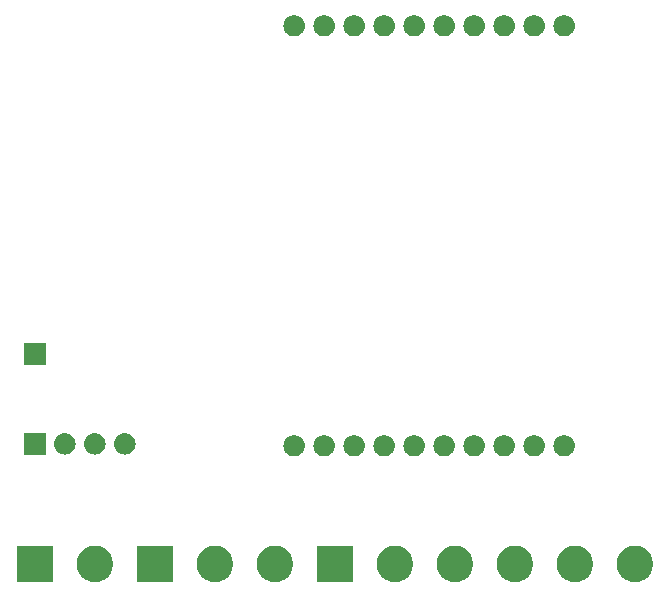
<source format=gts>
G04 #@! TF.GenerationSoftware,KiCad,Pcbnew,5.0.2-bee76a0~70~ubuntu18.04.1*
G04 #@! TF.CreationDate,2019-04-07T21:24:10+02:00*
G04 #@! TF.ProjectId,TMC2660_mount2,544d4332-3636-4305-9f6d-6f756e74322e,rev?*
G04 #@! TF.SameCoordinates,PX40126abPY799e129*
G04 #@! TF.FileFunction,Soldermask,Top*
G04 #@! TF.FilePolarity,Negative*
%FSLAX46Y46*%
G04 Gerber Fmt 4.6, Leading zero omitted, Abs format (unit mm)*
G04 Created by KiCad (PCBNEW 5.0.2-bee76a0~70~ubuntu18.04.1) date 2019-04-07T21:24:10 CEST*
%MOMM*%
%LPD*%
G01*
G04 APERTURE LIST*
%ADD10C,0.100000*%
G04 APERTURE END LIST*
D10*
G36*
X56821308Y7168685D02*
X56921191Y7148817D01*
X57203455Y7031900D01*
X57457486Y6862162D01*
X57673522Y6646126D01*
X57843260Y6392095D01*
X57960177Y6109831D01*
X58019781Y5810181D01*
X58019781Y5504661D01*
X57960177Y5205011D01*
X57843260Y4922747D01*
X57673522Y4668716D01*
X57457486Y4452680D01*
X57203455Y4282942D01*
X56921191Y4166025D01*
X56821308Y4146157D01*
X56621543Y4106421D01*
X56316019Y4106421D01*
X56116254Y4146157D01*
X56016371Y4166025D01*
X55734107Y4282942D01*
X55480076Y4452680D01*
X55264040Y4668716D01*
X55094302Y4922747D01*
X54977385Y5205011D01*
X54917781Y5504661D01*
X54917781Y5810181D01*
X54977385Y6109831D01*
X55094302Y6392095D01*
X55264040Y6646126D01*
X55480076Y6862162D01*
X55734107Y7031900D01*
X56016371Y7148817D01*
X56116254Y7168685D01*
X56316019Y7208421D01*
X56621543Y7208421D01*
X56821308Y7168685D01*
X56821308Y7168685D01*
G37*
G36*
X46661308Y7168685D02*
X46761191Y7148817D01*
X47043455Y7031900D01*
X47297486Y6862162D01*
X47513522Y6646126D01*
X47683260Y6392095D01*
X47800177Y6109831D01*
X47859781Y5810181D01*
X47859781Y5504661D01*
X47800177Y5205011D01*
X47683260Y4922747D01*
X47513522Y4668716D01*
X47297486Y4452680D01*
X47043455Y4282942D01*
X46761191Y4166025D01*
X46661308Y4146157D01*
X46461543Y4106421D01*
X46156019Y4106421D01*
X45956254Y4146157D01*
X45856371Y4166025D01*
X45574107Y4282942D01*
X45320076Y4452680D01*
X45104040Y4668716D01*
X44934302Y4922747D01*
X44817385Y5205011D01*
X44757781Y5504661D01*
X44757781Y5810181D01*
X44817385Y6109831D01*
X44934302Y6392095D01*
X45104040Y6646126D01*
X45320076Y6862162D01*
X45574107Y7031900D01*
X45856371Y7148817D01*
X45956254Y7168685D01*
X46156019Y7208421D01*
X46461543Y7208421D01*
X46661308Y7168685D01*
X46661308Y7168685D01*
G37*
G36*
X32619781Y4106421D02*
X29517781Y4106421D01*
X29517781Y7208421D01*
X32619781Y7208421D01*
X32619781Y4106421D01*
X32619781Y4106421D01*
G37*
G36*
X41581308Y7168685D02*
X41681191Y7148817D01*
X41963455Y7031900D01*
X42217486Y6862162D01*
X42433522Y6646126D01*
X42603260Y6392095D01*
X42720177Y6109831D01*
X42779781Y5810181D01*
X42779781Y5504661D01*
X42720177Y5205011D01*
X42603260Y4922747D01*
X42433522Y4668716D01*
X42217486Y4452680D01*
X41963455Y4282942D01*
X41681191Y4166025D01*
X41581308Y4146157D01*
X41381543Y4106421D01*
X41076019Y4106421D01*
X40876254Y4146157D01*
X40776371Y4166025D01*
X40494107Y4282942D01*
X40240076Y4452680D01*
X40024040Y4668716D01*
X39854302Y4922747D01*
X39737385Y5205011D01*
X39677781Y5504661D01*
X39677781Y5810181D01*
X39737385Y6109831D01*
X39854302Y6392095D01*
X40024040Y6646126D01*
X40240076Y6862162D01*
X40494107Y7031900D01*
X40776371Y7148817D01*
X40876254Y7168685D01*
X41076019Y7208421D01*
X41381543Y7208421D01*
X41581308Y7168685D01*
X41581308Y7168685D01*
G37*
G36*
X36501308Y7168685D02*
X36601191Y7148817D01*
X36883455Y7031900D01*
X37137486Y6862162D01*
X37353522Y6646126D01*
X37523260Y6392095D01*
X37640177Y6109831D01*
X37699781Y5810181D01*
X37699781Y5504661D01*
X37640177Y5205011D01*
X37523260Y4922747D01*
X37353522Y4668716D01*
X37137486Y4452680D01*
X36883455Y4282942D01*
X36601191Y4166025D01*
X36501308Y4146157D01*
X36301543Y4106421D01*
X35996019Y4106421D01*
X35796254Y4146157D01*
X35696371Y4166025D01*
X35414107Y4282942D01*
X35160076Y4452680D01*
X34944040Y4668716D01*
X34774302Y4922747D01*
X34657385Y5205011D01*
X34597781Y5504661D01*
X34597781Y5810181D01*
X34657385Y6109831D01*
X34774302Y6392095D01*
X34944040Y6646126D01*
X35160076Y6862162D01*
X35414107Y7031900D01*
X35696371Y7148817D01*
X35796254Y7168685D01*
X35996019Y7208421D01*
X36301543Y7208421D01*
X36501308Y7168685D01*
X36501308Y7168685D01*
G37*
G36*
X26341408Y7168685D02*
X26441291Y7148817D01*
X26723555Y7031900D01*
X26977586Y6862162D01*
X27193622Y6646126D01*
X27363360Y6392095D01*
X27480277Y6109831D01*
X27539881Y5810181D01*
X27539881Y5504661D01*
X27480277Y5205011D01*
X27363360Y4922747D01*
X27193622Y4668716D01*
X26977586Y4452680D01*
X26723555Y4282942D01*
X26441291Y4166025D01*
X26341408Y4146157D01*
X26141643Y4106421D01*
X25836119Y4106421D01*
X25636354Y4146157D01*
X25536471Y4166025D01*
X25254207Y4282942D01*
X25000176Y4452680D01*
X24784140Y4668716D01*
X24614402Y4922747D01*
X24497485Y5205011D01*
X24437881Y5504661D01*
X24437881Y5810181D01*
X24497485Y6109831D01*
X24614402Y6392095D01*
X24784140Y6646126D01*
X25000176Y6862162D01*
X25254207Y7031900D01*
X25536471Y7148817D01*
X25636354Y7168685D01*
X25836119Y7208421D01*
X26141643Y7208421D01*
X26341408Y7168685D01*
X26341408Y7168685D01*
G37*
G36*
X21261408Y7168685D02*
X21361291Y7148817D01*
X21643555Y7031900D01*
X21897586Y6862162D01*
X22113622Y6646126D01*
X22283360Y6392095D01*
X22400277Y6109831D01*
X22459881Y5810181D01*
X22459881Y5504661D01*
X22400277Y5205011D01*
X22283360Y4922747D01*
X22113622Y4668716D01*
X21897586Y4452680D01*
X21643555Y4282942D01*
X21361291Y4166025D01*
X21261408Y4146157D01*
X21061643Y4106421D01*
X20756119Y4106421D01*
X20556354Y4146157D01*
X20456471Y4166025D01*
X20174207Y4282942D01*
X19920176Y4452680D01*
X19704140Y4668716D01*
X19534402Y4922747D01*
X19417485Y5205011D01*
X19357881Y5504661D01*
X19357881Y5810181D01*
X19417485Y6109831D01*
X19534402Y6392095D01*
X19704140Y6646126D01*
X19920176Y6862162D01*
X20174207Y7031900D01*
X20456471Y7148817D01*
X20556354Y7168685D01*
X20756119Y7208421D01*
X21061643Y7208421D01*
X21261408Y7168685D01*
X21261408Y7168685D01*
G37*
G36*
X17379881Y4106421D02*
X14277881Y4106421D01*
X14277881Y7208421D01*
X17379881Y7208421D01*
X17379881Y4106421D01*
X17379881Y4106421D01*
G37*
G36*
X11101408Y7168685D02*
X11201291Y7148817D01*
X11483555Y7031900D01*
X11737586Y6862162D01*
X11953622Y6646126D01*
X12123360Y6392095D01*
X12240277Y6109831D01*
X12299881Y5810181D01*
X12299881Y5504661D01*
X12240277Y5205011D01*
X12123360Y4922747D01*
X11953622Y4668716D01*
X11737586Y4452680D01*
X11483555Y4282942D01*
X11201291Y4166025D01*
X11101408Y4146157D01*
X10901643Y4106421D01*
X10596119Y4106421D01*
X10396354Y4146157D01*
X10296471Y4166025D01*
X10014207Y4282942D01*
X9760176Y4452680D01*
X9544140Y4668716D01*
X9374402Y4922747D01*
X9257485Y5205011D01*
X9197881Y5504661D01*
X9197881Y5810181D01*
X9257485Y6109831D01*
X9374402Y6392095D01*
X9544140Y6646126D01*
X9760176Y6862162D01*
X10014207Y7031900D01*
X10296471Y7148817D01*
X10396354Y7168685D01*
X10596119Y7208421D01*
X10901643Y7208421D01*
X11101408Y7168685D01*
X11101408Y7168685D01*
G37*
G36*
X7219881Y4106421D02*
X4117881Y4106421D01*
X4117881Y7208421D01*
X7219881Y7208421D01*
X7219881Y4106421D01*
X7219881Y4106421D01*
G37*
G36*
X51741308Y7168685D02*
X51841191Y7148817D01*
X52123455Y7031900D01*
X52377486Y6862162D01*
X52593522Y6646126D01*
X52763260Y6392095D01*
X52880177Y6109831D01*
X52939781Y5810181D01*
X52939781Y5504661D01*
X52880177Y5205011D01*
X52763260Y4922747D01*
X52593522Y4668716D01*
X52377486Y4452680D01*
X52123455Y4282942D01*
X51841191Y4166025D01*
X51741308Y4146157D01*
X51541543Y4106421D01*
X51236019Y4106421D01*
X51036254Y4146157D01*
X50936371Y4166025D01*
X50654107Y4282942D01*
X50400076Y4452680D01*
X50184040Y4668716D01*
X50014302Y4922747D01*
X49897385Y5205011D01*
X49837781Y5504661D01*
X49837781Y5810181D01*
X49897385Y6109831D01*
X50014302Y6392095D01*
X50184040Y6646126D01*
X50400076Y6862162D01*
X50654107Y7031900D01*
X50936371Y7148817D01*
X51036254Y7168685D01*
X51236019Y7208421D01*
X51541543Y7208421D01*
X51741308Y7168685D01*
X51741308Y7168685D01*
G37*
G36*
X42961223Y16556903D02*
X43027408Y16550384D01*
X43140634Y16516037D01*
X43197248Y16498864D01*
X43274435Y16457606D01*
X43353772Y16415199D01*
X43389510Y16385869D01*
X43490967Y16302607D01*
X43574229Y16201150D01*
X43603559Y16165412D01*
X43603560Y16165410D01*
X43687224Y16008888D01*
X43687224Y16008887D01*
X43738744Y15839048D01*
X43756140Y15662421D01*
X43738744Y15485794D01*
X43734242Y15470954D01*
X43687224Y15315954D01*
X43613129Y15177334D01*
X43603559Y15159430D01*
X43574229Y15123692D01*
X43490967Y15022235D01*
X43389510Y14938973D01*
X43353772Y14909643D01*
X43353770Y14909642D01*
X43197248Y14825978D01*
X43140634Y14808805D01*
X43027408Y14774458D01*
X42961224Y14767940D01*
X42895041Y14761421D01*
X42806521Y14761421D01*
X42740338Y14767940D01*
X42674154Y14774458D01*
X42560928Y14808805D01*
X42504314Y14825978D01*
X42347792Y14909642D01*
X42347790Y14909643D01*
X42312052Y14938973D01*
X42210595Y15022235D01*
X42127333Y15123692D01*
X42098003Y15159430D01*
X42088433Y15177334D01*
X42014338Y15315954D01*
X41967320Y15470954D01*
X41962818Y15485794D01*
X41945422Y15662421D01*
X41962818Y15839048D01*
X42014338Y16008887D01*
X42014338Y16008888D01*
X42098002Y16165410D01*
X42098003Y16165412D01*
X42127333Y16201150D01*
X42210595Y16302607D01*
X42312052Y16385869D01*
X42347790Y16415199D01*
X42427127Y16457606D01*
X42504314Y16498864D01*
X42560928Y16516037D01*
X42674154Y16550384D01*
X42740339Y16556903D01*
X42806521Y16563421D01*
X42895041Y16563421D01*
X42961223Y16556903D01*
X42961223Y16556903D01*
G37*
G36*
X40421223Y16556903D02*
X40487408Y16550384D01*
X40600634Y16516037D01*
X40657248Y16498864D01*
X40734435Y16457606D01*
X40813772Y16415199D01*
X40849510Y16385869D01*
X40950967Y16302607D01*
X41034229Y16201150D01*
X41063559Y16165412D01*
X41063560Y16165410D01*
X41147224Y16008888D01*
X41147224Y16008887D01*
X41198744Y15839048D01*
X41216140Y15662421D01*
X41198744Y15485794D01*
X41194242Y15470954D01*
X41147224Y15315954D01*
X41073129Y15177334D01*
X41063559Y15159430D01*
X41034229Y15123692D01*
X40950967Y15022235D01*
X40849510Y14938973D01*
X40813772Y14909643D01*
X40813770Y14909642D01*
X40657248Y14825978D01*
X40600634Y14808805D01*
X40487408Y14774458D01*
X40421224Y14767940D01*
X40355041Y14761421D01*
X40266521Y14761421D01*
X40200338Y14767940D01*
X40134154Y14774458D01*
X40020928Y14808805D01*
X39964314Y14825978D01*
X39807792Y14909642D01*
X39807790Y14909643D01*
X39772052Y14938973D01*
X39670595Y15022235D01*
X39587333Y15123692D01*
X39558003Y15159430D01*
X39548433Y15177334D01*
X39474338Y15315954D01*
X39427320Y15470954D01*
X39422818Y15485794D01*
X39405422Y15662421D01*
X39422818Y15839048D01*
X39474338Y16008887D01*
X39474338Y16008888D01*
X39558002Y16165410D01*
X39558003Y16165412D01*
X39587333Y16201150D01*
X39670595Y16302607D01*
X39772052Y16385869D01*
X39807790Y16415199D01*
X39887127Y16457606D01*
X39964314Y16498864D01*
X40020928Y16516037D01*
X40134154Y16550384D01*
X40200339Y16556903D01*
X40266521Y16563421D01*
X40355041Y16563421D01*
X40421223Y16556903D01*
X40421223Y16556903D01*
G37*
G36*
X37881223Y16556903D02*
X37947408Y16550384D01*
X38060634Y16516037D01*
X38117248Y16498864D01*
X38194435Y16457606D01*
X38273772Y16415199D01*
X38309510Y16385869D01*
X38410967Y16302607D01*
X38494229Y16201150D01*
X38523559Y16165412D01*
X38523560Y16165410D01*
X38607224Y16008888D01*
X38607224Y16008887D01*
X38658744Y15839048D01*
X38676140Y15662421D01*
X38658744Y15485794D01*
X38654242Y15470954D01*
X38607224Y15315954D01*
X38533129Y15177334D01*
X38523559Y15159430D01*
X38494229Y15123692D01*
X38410967Y15022235D01*
X38309510Y14938973D01*
X38273772Y14909643D01*
X38273770Y14909642D01*
X38117248Y14825978D01*
X38060634Y14808805D01*
X37947408Y14774458D01*
X37881224Y14767940D01*
X37815041Y14761421D01*
X37726521Y14761421D01*
X37660338Y14767940D01*
X37594154Y14774458D01*
X37480928Y14808805D01*
X37424314Y14825978D01*
X37267792Y14909642D01*
X37267790Y14909643D01*
X37232052Y14938973D01*
X37130595Y15022235D01*
X37047333Y15123692D01*
X37018003Y15159430D01*
X37008433Y15177334D01*
X36934338Y15315954D01*
X36887320Y15470954D01*
X36882818Y15485794D01*
X36865422Y15662421D01*
X36882818Y15839048D01*
X36934338Y16008887D01*
X36934338Y16008888D01*
X37018002Y16165410D01*
X37018003Y16165412D01*
X37047333Y16201150D01*
X37130595Y16302607D01*
X37232052Y16385869D01*
X37267790Y16415199D01*
X37347127Y16457606D01*
X37424314Y16498864D01*
X37480928Y16516037D01*
X37594154Y16550384D01*
X37660339Y16556903D01*
X37726521Y16563421D01*
X37815041Y16563421D01*
X37881223Y16556903D01*
X37881223Y16556903D01*
G37*
G36*
X45501223Y16556903D02*
X45567408Y16550384D01*
X45680634Y16516037D01*
X45737248Y16498864D01*
X45814435Y16457606D01*
X45893772Y16415199D01*
X45929510Y16385869D01*
X46030967Y16302607D01*
X46114229Y16201150D01*
X46143559Y16165412D01*
X46143560Y16165410D01*
X46227224Y16008888D01*
X46227224Y16008887D01*
X46278744Y15839048D01*
X46296140Y15662421D01*
X46278744Y15485794D01*
X46274242Y15470954D01*
X46227224Y15315954D01*
X46153129Y15177334D01*
X46143559Y15159430D01*
X46114229Y15123692D01*
X46030967Y15022235D01*
X45929510Y14938973D01*
X45893772Y14909643D01*
X45893770Y14909642D01*
X45737248Y14825978D01*
X45680634Y14808805D01*
X45567408Y14774458D01*
X45501224Y14767940D01*
X45435041Y14761421D01*
X45346521Y14761421D01*
X45280338Y14767940D01*
X45214154Y14774458D01*
X45100928Y14808805D01*
X45044314Y14825978D01*
X44887792Y14909642D01*
X44887790Y14909643D01*
X44852052Y14938973D01*
X44750595Y15022235D01*
X44667333Y15123692D01*
X44638003Y15159430D01*
X44628433Y15177334D01*
X44554338Y15315954D01*
X44507320Y15470954D01*
X44502818Y15485794D01*
X44485422Y15662421D01*
X44502818Y15839048D01*
X44554338Y16008887D01*
X44554338Y16008888D01*
X44638002Y16165410D01*
X44638003Y16165412D01*
X44667333Y16201150D01*
X44750595Y16302607D01*
X44852052Y16385869D01*
X44887790Y16415199D01*
X44967127Y16457606D01*
X45044314Y16498864D01*
X45100928Y16516037D01*
X45214154Y16550384D01*
X45280339Y16556903D01*
X45346521Y16563421D01*
X45435041Y16563421D01*
X45501223Y16556903D01*
X45501223Y16556903D01*
G37*
G36*
X35341223Y16556903D02*
X35407408Y16550384D01*
X35520634Y16516037D01*
X35577248Y16498864D01*
X35654435Y16457606D01*
X35733772Y16415199D01*
X35769510Y16385869D01*
X35870967Y16302607D01*
X35954229Y16201150D01*
X35983559Y16165412D01*
X35983560Y16165410D01*
X36067224Y16008888D01*
X36067224Y16008887D01*
X36118744Y15839048D01*
X36136140Y15662421D01*
X36118744Y15485794D01*
X36114242Y15470954D01*
X36067224Y15315954D01*
X35993129Y15177334D01*
X35983559Y15159430D01*
X35954229Y15123692D01*
X35870967Y15022235D01*
X35769510Y14938973D01*
X35733772Y14909643D01*
X35733770Y14909642D01*
X35577248Y14825978D01*
X35520634Y14808805D01*
X35407408Y14774458D01*
X35341224Y14767940D01*
X35275041Y14761421D01*
X35186521Y14761421D01*
X35120338Y14767940D01*
X35054154Y14774458D01*
X34940928Y14808805D01*
X34884314Y14825978D01*
X34727792Y14909642D01*
X34727790Y14909643D01*
X34692052Y14938973D01*
X34590595Y15022235D01*
X34507333Y15123692D01*
X34478003Y15159430D01*
X34468433Y15177334D01*
X34394338Y15315954D01*
X34347320Y15470954D01*
X34342818Y15485794D01*
X34325422Y15662421D01*
X34342818Y15839048D01*
X34394338Y16008887D01*
X34394338Y16008888D01*
X34478002Y16165410D01*
X34478003Y16165412D01*
X34507333Y16201150D01*
X34590595Y16302607D01*
X34692052Y16385869D01*
X34727790Y16415199D01*
X34807127Y16457606D01*
X34884314Y16498864D01*
X34940928Y16516037D01*
X35054154Y16550384D01*
X35120339Y16556903D01*
X35186521Y16563421D01*
X35275041Y16563421D01*
X35341223Y16556903D01*
X35341223Y16556903D01*
G37*
G36*
X30261223Y16556903D02*
X30327408Y16550384D01*
X30440634Y16516037D01*
X30497248Y16498864D01*
X30574435Y16457606D01*
X30653772Y16415199D01*
X30689510Y16385869D01*
X30790967Y16302607D01*
X30874229Y16201150D01*
X30903559Y16165412D01*
X30903560Y16165410D01*
X30987224Y16008888D01*
X30987224Y16008887D01*
X31038744Y15839048D01*
X31056140Y15662421D01*
X31038744Y15485794D01*
X31034242Y15470954D01*
X30987224Y15315954D01*
X30913129Y15177334D01*
X30903559Y15159430D01*
X30874229Y15123692D01*
X30790967Y15022235D01*
X30689510Y14938973D01*
X30653772Y14909643D01*
X30653770Y14909642D01*
X30497248Y14825978D01*
X30440634Y14808805D01*
X30327408Y14774458D01*
X30261224Y14767940D01*
X30195041Y14761421D01*
X30106521Y14761421D01*
X30040338Y14767940D01*
X29974154Y14774458D01*
X29860928Y14808805D01*
X29804314Y14825978D01*
X29647792Y14909642D01*
X29647790Y14909643D01*
X29612052Y14938973D01*
X29510595Y15022235D01*
X29427333Y15123692D01*
X29398003Y15159430D01*
X29388433Y15177334D01*
X29314338Y15315954D01*
X29267320Y15470954D01*
X29262818Y15485794D01*
X29245422Y15662421D01*
X29262818Y15839048D01*
X29314338Y16008887D01*
X29314338Y16008888D01*
X29398002Y16165410D01*
X29398003Y16165412D01*
X29427333Y16201150D01*
X29510595Y16302607D01*
X29612052Y16385869D01*
X29647790Y16415199D01*
X29727127Y16457606D01*
X29804314Y16498864D01*
X29860928Y16516037D01*
X29974154Y16550384D01*
X30040339Y16556903D01*
X30106521Y16563421D01*
X30195041Y16563421D01*
X30261223Y16556903D01*
X30261223Y16556903D01*
G37*
G36*
X32801223Y16556903D02*
X32867408Y16550384D01*
X32980634Y16516037D01*
X33037248Y16498864D01*
X33114435Y16457606D01*
X33193772Y16415199D01*
X33229510Y16385869D01*
X33330967Y16302607D01*
X33414229Y16201150D01*
X33443559Y16165412D01*
X33443560Y16165410D01*
X33527224Y16008888D01*
X33527224Y16008887D01*
X33578744Y15839048D01*
X33596140Y15662421D01*
X33578744Y15485794D01*
X33574242Y15470954D01*
X33527224Y15315954D01*
X33453129Y15177334D01*
X33443559Y15159430D01*
X33414229Y15123692D01*
X33330967Y15022235D01*
X33229510Y14938973D01*
X33193772Y14909643D01*
X33193770Y14909642D01*
X33037248Y14825978D01*
X32980634Y14808805D01*
X32867408Y14774458D01*
X32801224Y14767940D01*
X32735041Y14761421D01*
X32646521Y14761421D01*
X32580338Y14767940D01*
X32514154Y14774458D01*
X32400928Y14808805D01*
X32344314Y14825978D01*
X32187792Y14909642D01*
X32187790Y14909643D01*
X32152052Y14938973D01*
X32050595Y15022235D01*
X31967333Y15123692D01*
X31938003Y15159430D01*
X31928433Y15177334D01*
X31854338Y15315954D01*
X31807320Y15470954D01*
X31802818Y15485794D01*
X31785422Y15662421D01*
X31802818Y15839048D01*
X31854338Y16008887D01*
X31854338Y16008888D01*
X31938002Y16165410D01*
X31938003Y16165412D01*
X31967333Y16201150D01*
X32050595Y16302607D01*
X32152052Y16385869D01*
X32187790Y16415199D01*
X32267127Y16457606D01*
X32344314Y16498864D01*
X32400928Y16516037D01*
X32514154Y16550384D01*
X32580339Y16556903D01*
X32646521Y16563421D01*
X32735041Y16563421D01*
X32801223Y16556903D01*
X32801223Y16556903D01*
G37*
G36*
X50581223Y16556903D02*
X50647408Y16550384D01*
X50760634Y16516037D01*
X50817248Y16498864D01*
X50894435Y16457606D01*
X50973772Y16415199D01*
X51009510Y16385869D01*
X51110967Y16302607D01*
X51194229Y16201150D01*
X51223559Y16165412D01*
X51223560Y16165410D01*
X51307224Y16008888D01*
X51307224Y16008887D01*
X51358744Y15839048D01*
X51376140Y15662421D01*
X51358744Y15485794D01*
X51354242Y15470954D01*
X51307224Y15315954D01*
X51233129Y15177334D01*
X51223559Y15159430D01*
X51194229Y15123692D01*
X51110967Y15022235D01*
X51009510Y14938973D01*
X50973772Y14909643D01*
X50973770Y14909642D01*
X50817248Y14825978D01*
X50760634Y14808805D01*
X50647408Y14774458D01*
X50581224Y14767940D01*
X50515041Y14761421D01*
X50426521Y14761421D01*
X50360338Y14767940D01*
X50294154Y14774458D01*
X50180928Y14808805D01*
X50124314Y14825978D01*
X49967792Y14909642D01*
X49967790Y14909643D01*
X49932052Y14938973D01*
X49830595Y15022235D01*
X49747333Y15123692D01*
X49718003Y15159430D01*
X49708433Y15177334D01*
X49634338Y15315954D01*
X49587320Y15470954D01*
X49582818Y15485794D01*
X49565422Y15662421D01*
X49582818Y15839048D01*
X49634338Y16008887D01*
X49634338Y16008888D01*
X49718002Y16165410D01*
X49718003Y16165412D01*
X49747333Y16201150D01*
X49830595Y16302607D01*
X49932052Y16385869D01*
X49967790Y16415199D01*
X50047127Y16457606D01*
X50124314Y16498864D01*
X50180928Y16516037D01*
X50294154Y16550384D01*
X50360339Y16556903D01*
X50426521Y16563421D01*
X50515041Y16563421D01*
X50581223Y16556903D01*
X50581223Y16556903D01*
G37*
G36*
X48041223Y16556903D02*
X48107408Y16550384D01*
X48220634Y16516037D01*
X48277248Y16498864D01*
X48354435Y16457606D01*
X48433772Y16415199D01*
X48469510Y16385869D01*
X48570967Y16302607D01*
X48654229Y16201150D01*
X48683559Y16165412D01*
X48683560Y16165410D01*
X48767224Y16008888D01*
X48767224Y16008887D01*
X48818744Y15839048D01*
X48836140Y15662421D01*
X48818744Y15485794D01*
X48814242Y15470954D01*
X48767224Y15315954D01*
X48693129Y15177334D01*
X48683559Y15159430D01*
X48654229Y15123692D01*
X48570967Y15022235D01*
X48469510Y14938973D01*
X48433772Y14909643D01*
X48433770Y14909642D01*
X48277248Y14825978D01*
X48220634Y14808805D01*
X48107408Y14774458D01*
X48041224Y14767940D01*
X47975041Y14761421D01*
X47886521Y14761421D01*
X47820338Y14767940D01*
X47754154Y14774458D01*
X47640928Y14808805D01*
X47584314Y14825978D01*
X47427792Y14909642D01*
X47427790Y14909643D01*
X47392052Y14938973D01*
X47290595Y15022235D01*
X47207333Y15123692D01*
X47178003Y15159430D01*
X47168433Y15177334D01*
X47094338Y15315954D01*
X47047320Y15470954D01*
X47042818Y15485794D01*
X47025422Y15662421D01*
X47042818Y15839048D01*
X47094338Y16008887D01*
X47094338Y16008888D01*
X47178002Y16165410D01*
X47178003Y16165412D01*
X47207333Y16201150D01*
X47290595Y16302607D01*
X47392052Y16385869D01*
X47427790Y16415199D01*
X47507127Y16457606D01*
X47584314Y16498864D01*
X47640928Y16516037D01*
X47754154Y16550384D01*
X47820339Y16556903D01*
X47886521Y16563421D01*
X47975041Y16563421D01*
X48041223Y16556903D01*
X48041223Y16556903D01*
G37*
G36*
X27721223Y16556903D02*
X27787408Y16550384D01*
X27900634Y16516037D01*
X27957248Y16498864D01*
X28034435Y16457606D01*
X28113772Y16415199D01*
X28149510Y16385869D01*
X28250967Y16302607D01*
X28334229Y16201150D01*
X28363559Y16165412D01*
X28363560Y16165410D01*
X28447224Y16008888D01*
X28447224Y16008887D01*
X28498744Y15839048D01*
X28516140Y15662421D01*
X28498744Y15485794D01*
X28494242Y15470954D01*
X28447224Y15315954D01*
X28373129Y15177334D01*
X28363559Y15159430D01*
X28334229Y15123692D01*
X28250967Y15022235D01*
X28149510Y14938973D01*
X28113772Y14909643D01*
X28113770Y14909642D01*
X27957248Y14825978D01*
X27900634Y14808805D01*
X27787408Y14774458D01*
X27721224Y14767940D01*
X27655041Y14761421D01*
X27566521Y14761421D01*
X27500338Y14767940D01*
X27434154Y14774458D01*
X27320928Y14808805D01*
X27264314Y14825978D01*
X27107792Y14909642D01*
X27107790Y14909643D01*
X27072052Y14938973D01*
X26970595Y15022235D01*
X26887333Y15123692D01*
X26858003Y15159430D01*
X26848433Y15177334D01*
X26774338Y15315954D01*
X26727320Y15470954D01*
X26722818Y15485794D01*
X26705422Y15662421D01*
X26722818Y15839048D01*
X26774338Y16008887D01*
X26774338Y16008888D01*
X26858002Y16165410D01*
X26858003Y16165412D01*
X26887333Y16201150D01*
X26970595Y16302607D01*
X27072052Y16385869D01*
X27107790Y16415199D01*
X27187127Y16457606D01*
X27264314Y16498864D01*
X27320928Y16516037D01*
X27434154Y16550384D01*
X27500339Y16556903D01*
X27566521Y16563421D01*
X27655041Y16563421D01*
X27721223Y16556903D01*
X27721223Y16556903D01*
G37*
G36*
X8319342Y16711902D02*
X8385527Y16705383D01*
X8498753Y16671036D01*
X8555367Y16653863D01*
X8693987Y16579768D01*
X8711891Y16570198D01*
X8736034Y16550384D01*
X8849086Y16457606D01*
X8932348Y16356149D01*
X8961678Y16320411D01*
X8961679Y16320409D01*
X9045343Y16163887D01*
X9045343Y16163886D01*
X9096863Y15994047D01*
X9114259Y15817420D01*
X9096863Y15640793D01*
X9062516Y15527567D01*
X9045343Y15470953D01*
X8971248Y15332333D01*
X8961678Y15314429D01*
X8932348Y15278691D01*
X8849086Y15177234D01*
X8747629Y15093972D01*
X8711891Y15064642D01*
X8711889Y15064641D01*
X8555367Y14980977D01*
X8498753Y14963804D01*
X8385527Y14929457D01*
X8319343Y14922939D01*
X8253160Y14916420D01*
X8164640Y14916420D01*
X8098457Y14922939D01*
X8032273Y14929457D01*
X7919047Y14963804D01*
X7862433Y14980977D01*
X7705911Y15064641D01*
X7705909Y15064642D01*
X7670171Y15093972D01*
X7568714Y15177234D01*
X7485452Y15278691D01*
X7456122Y15314429D01*
X7446552Y15332333D01*
X7372457Y15470953D01*
X7355284Y15527567D01*
X7320937Y15640793D01*
X7303541Y15817420D01*
X7320937Y15994047D01*
X7372457Y16163886D01*
X7372457Y16163887D01*
X7456121Y16320409D01*
X7456122Y16320411D01*
X7485452Y16356149D01*
X7568714Y16457606D01*
X7681766Y16550384D01*
X7705909Y16570198D01*
X7723813Y16579768D01*
X7862433Y16653863D01*
X7919047Y16671036D01*
X8032273Y16705383D01*
X8098458Y16711902D01*
X8164640Y16718420D01*
X8253160Y16718420D01*
X8319342Y16711902D01*
X8319342Y16711902D01*
G37*
G36*
X13399342Y16711902D02*
X13465527Y16705383D01*
X13578753Y16671036D01*
X13635367Y16653863D01*
X13773987Y16579768D01*
X13791891Y16570198D01*
X13816034Y16550384D01*
X13929086Y16457606D01*
X14012348Y16356149D01*
X14041678Y16320411D01*
X14041679Y16320409D01*
X14125343Y16163887D01*
X14125343Y16163886D01*
X14176863Y15994047D01*
X14194259Y15817420D01*
X14176863Y15640793D01*
X14142516Y15527567D01*
X14125343Y15470953D01*
X14051248Y15332333D01*
X14041678Y15314429D01*
X14012348Y15278691D01*
X13929086Y15177234D01*
X13827629Y15093972D01*
X13791891Y15064642D01*
X13791889Y15064641D01*
X13635367Y14980977D01*
X13578753Y14963804D01*
X13465527Y14929457D01*
X13399343Y14922939D01*
X13333160Y14916420D01*
X13244640Y14916420D01*
X13178457Y14922939D01*
X13112273Y14929457D01*
X12999047Y14963804D01*
X12942433Y14980977D01*
X12785911Y15064641D01*
X12785909Y15064642D01*
X12750171Y15093972D01*
X12648714Y15177234D01*
X12565452Y15278691D01*
X12536122Y15314429D01*
X12526552Y15332333D01*
X12452457Y15470953D01*
X12435284Y15527567D01*
X12400937Y15640793D01*
X12383541Y15817420D01*
X12400937Y15994047D01*
X12452457Y16163886D01*
X12452457Y16163887D01*
X12536121Y16320409D01*
X12536122Y16320411D01*
X12565452Y16356149D01*
X12648714Y16457606D01*
X12761766Y16550384D01*
X12785909Y16570198D01*
X12803813Y16579768D01*
X12942433Y16653863D01*
X12999047Y16671036D01*
X13112273Y16705383D01*
X13178458Y16711902D01*
X13244640Y16718420D01*
X13333160Y16718420D01*
X13399342Y16711902D01*
X13399342Y16711902D01*
G37*
G36*
X10859342Y16711902D02*
X10925527Y16705383D01*
X11038753Y16671036D01*
X11095367Y16653863D01*
X11233987Y16579768D01*
X11251891Y16570198D01*
X11276034Y16550384D01*
X11389086Y16457606D01*
X11472348Y16356149D01*
X11501678Y16320411D01*
X11501679Y16320409D01*
X11585343Y16163887D01*
X11585343Y16163886D01*
X11636863Y15994047D01*
X11654259Y15817420D01*
X11636863Y15640793D01*
X11602516Y15527567D01*
X11585343Y15470953D01*
X11511248Y15332333D01*
X11501678Y15314429D01*
X11472348Y15278691D01*
X11389086Y15177234D01*
X11287629Y15093972D01*
X11251891Y15064642D01*
X11251889Y15064641D01*
X11095367Y14980977D01*
X11038753Y14963804D01*
X10925527Y14929457D01*
X10859343Y14922939D01*
X10793160Y14916420D01*
X10704640Y14916420D01*
X10638457Y14922939D01*
X10572273Y14929457D01*
X10459047Y14963804D01*
X10402433Y14980977D01*
X10245911Y15064641D01*
X10245909Y15064642D01*
X10210171Y15093972D01*
X10108714Y15177234D01*
X10025452Y15278691D01*
X9996122Y15314429D01*
X9986552Y15332333D01*
X9912457Y15470953D01*
X9895284Y15527567D01*
X9860937Y15640793D01*
X9843541Y15817420D01*
X9860937Y15994047D01*
X9912457Y16163886D01*
X9912457Y16163887D01*
X9996121Y16320409D01*
X9996122Y16320411D01*
X10025452Y16356149D01*
X10108714Y16457606D01*
X10221766Y16550384D01*
X10245909Y16570198D01*
X10263813Y16579768D01*
X10402433Y16653863D01*
X10459047Y16671036D01*
X10572273Y16705383D01*
X10638458Y16711902D01*
X10704640Y16718420D01*
X10793160Y16718420D01*
X10859342Y16711902D01*
X10859342Y16711902D01*
G37*
G36*
X6569900Y14916420D02*
X4767900Y14916420D01*
X4767900Y16718420D01*
X6569900Y16718420D01*
X6569900Y14916420D01*
X6569900Y14916420D01*
G37*
G36*
X6569900Y22536420D02*
X4767900Y22536420D01*
X4767900Y24338420D01*
X6569900Y24338420D01*
X6569900Y22536420D01*
X6569900Y22536420D01*
G37*
G36*
X40421223Y52116503D02*
X40487408Y52109984D01*
X40600634Y52075637D01*
X40657248Y52058464D01*
X40795868Y51984369D01*
X40813772Y51974799D01*
X40849510Y51945469D01*
X40950967Y51862207D01*
X41034229Y51760750D01*
X41063559Y51725012D01*
X41063560Y51725010D01*
X41147224Y51568488D01*
X41147224Y51568487D01*
X41198744Y51398648D01*
X41216140Y51222021D01*
X41198744Y51045394D01*
X41164397Y50932168D01*
X41147224Y50875554D01*
X41073129Y50736934D01*
X41063559Y50719030D01*
X41034229Y50683292D01*
X40950967Y50581835D01*
X40849510Y50498573D01*
X40813772Y50469243D01*
X40813770Y50469242D01*
X40657248Y50385578D01*
X40600634Y50368405D01*
X40487408Y50334058D01*
X40421223Y50327539D01*
X40355041Y50321021D01*
X40266521Y50321021D01*
X40200339Y50327539D01*
X40134154Y50334058D01*
X40020928Y50368405D01*
X39964314Y50385578D01*
X39807792Y50469242D01*
X39807790Y50469243D01*
X39772052Y50498573D01*
X39670595Y50581835D01*
X39587333Y50683292D01*
X39558003Y50719030D01*
X39548433Y50736934D01*
X39474338Y50875554D01*
X39457165Y50932168D01*
X39422818Y51045394D01*
X39405422Y51222021D01*
X39422818Y51398648D01*
X39474338Y51568487D01*
X39474338Y51568488D01*
X39558002Y51725010D01*
X39558003Y51725012D01*
X39587333Y51760750D01*
X39670595Y51862207D01*
X39772052Y51945469D01*
X39807790Y51974799D01*
X39825694Y51984369D01*
X39964314Y52058464D01*
X40020928Y52075637D01*
X40134154Y52109984D01*
X40200339Y52116503D01*
X40266521Y52123021D01*
X40355041Y52123021D01*
X40421223Y52116503D01*
X40421223Y52116503D01*
G37*
G36*
X42961223Y52116503D02*
X43027408Y52109984D01*
X43140634Y52075637D01*
X43197248Y52058464D01*
X43335868Y51984369D01*
X43353772Y51974799D01*
X43389510Y51945469D01*
X43490967Y51862207D01*
X43574229Y51760750D01*
X43603559Y51725012D01*
X43603560Y51725010D01*
X43687224Y51568488D01*
X43687224Y51568487D01*
X43738744Y51398648D01*
X43756140Y51222021D01*
X43738744Y51045394D01*
X43704397Y50932168D01*
X43687224Y50875554D01*
X43613129Y50736934D01*
X43603559Y50719030D01*
X43574229Y50683292D01*
X43490967Y50581835D01*
X43389510Y50498573D01*
X43353772Y50469243D01*
X43353770Y50469242D01*
X43197248Y50385578D01*
X43140634Y50368405D01*
X43027408Y50334058D01*
X42961223Y50327539D01*
X42895041Y50321021D01*
X42806521Y50321021D01*
X42740339Y50327539D01*
X42674154Y50334058D01*
X42560928Y50368405D01*
X42504314Y50385578D01*
X42347792Y50469242D01*
X42347790Y50469243D01*
X42312052Y50498573D01*
X42210595Y50581835D01*
X42127333Y50683292D01*
X42098003Y50719030D01*
X42088433Y50736934D01*
X42014338Y50875554D01*
X41997165Y50932168D01*
X41962818Y51045394D01*
X41945422Y51222021D01*
X41962818Y51398648D01*
X42014338Y51568487D01*
X42014338Y51568488D01*
X42098002Y51725010D01*
X42098003Y51725012D01*
X42127333Y51760750D01*
X42210595Y51862207D01*
X42312052Y51945469D01*
X42347790Y51974799D01*
X42365694Y51984369D01*
X42504314Y52058464D01*
X42560928Y52075637D01*
X42674154Y52109984D01*
X42740339Y52116503D01*
X42806521Y52123021D01*
X42895041Y52123021D01*
X42961223Y52116503D01*
X42961223Y52116503D01*
G37*
G36*
X45501223Y52116503D02*
X45567408Y52109984D01*
X45680634Y52075637D01*
X45737248Y52058464D01*
X45875868Y51984369D01*
X45893772Y51974799D01*
X45929510Y51945469D01*
X46030967Y51862207D01*
X46114229Y51760750D01*
X46143559Y51725012D01*
X46143560Y51725010D01*
X46227224Y51568488D01*
X46227224Y51568487D01*
X46278744Y51398648D01*
X46296140Y51222021D01*
X46278744Y51045394D01*
X46244397Y50932168D01*
X46227224Y50875554D01*
X46153129Y50736934D01*
X46143559Y50719030D01*
X46114229Y50683292D01*
X46030967Y50581835D01*
X45929510Y50498573D01*
X45893772Y50469243D01*
X45893770Y50469242D01*
X45737248Y50385578D01*
X45680634Y50368405D01*
X45567408Y50334058D01*
X45501223Y50327539D01*
X45435041Y50321021D01*
X45346521Y50321021D01*
X45280339Y50327539D01*
X45214154Y50334058D01*
X45100928Y50368405D01*
X45044314Y50385578D01*
X44887792Y50469242D01*
X44887790Y50469243D01*
X44852052Y50498573D01*
X44750595Y50581835D01*
X44667333Y50683292D01*
X44638003Y50719030D01*
X44628433Y50736934D01*
X44554338Y50875554D01*
X44537165Y50932168D01*
X44502818Y51045394D01*
X44485422Y51222021D01*
X44502818Y51398648D01*
X44554338Y51568487D01*
X44554338Y51568488D01*
X44638002Y51725010D01*
X44638003Y51725012D01*
X44667333Y51760750D01*
X44750595Y51862207D01*
X44852052Y51945469D01*
X44887790Y51974799D01*
X44905694Y51984369D01*
X45044314Y52058464D01*
X45100928Y52075637D01*
X45214154Y52109984D01*
X45280339Y52116503D01*
X45346521Y52123021D01*
X45435041Y52123021D01*
X45501223Y52116503D01*
X45501223Y52116503D01*
G37*
G36*
X35341223Y52116503D02*
X35407408Y52109984D01*
X35520634Y52075637D01*
X35577248Y52058464D01*
X35715868Y51984369D01*
X35733772Y51974799D01*
X35769510Y51945469D01*
X35870967Y51862207D01*
X35954229Y51760750D01*
X35983559Y51725012D01*
X35983560Y51725010D01*
X36067224Y51568488D01*
X36067224Y51568487D01*
X36118744Y51398648D01*
X36136140Y51222021D01*
X36118744Y51045394D01*
X36084397Y50932168D01*
X36067224Y50875554D01*
X35993129Y50736934D01*
X35983559Y50719030D01*
X35954229Y50683292D01*
X35870967Y50581835D01*
X35769510Y50498573D01*
X35733772Y50469243D01*
X35733770Y50469242D01*
X35577248Y50385578D01*
X35520634Y50368405D01*
X35407408Y50334058D01*
X35341223Y50327539D01*
X35275041Y50321021D01*
X35186521Y50321021D01*
X35120339Y50327539D01*
X35054154Y50334058D01*
X34940928Y50368405D01*
X34884314Y50385578D01*
X34727792Y50469242D01*
X34727790Y50469243D01*
X34692052Y50498573D01*
X34590595Y50581835D01*
X34507333Y50683292D01*
X34478003Y50719030D01*
X34468433Y50736934D01*
X34394338Y50875554D01*
X34377165Y50932168D01*
X34342818Y51045394D01*
X34325422Y51222021D01*
X34342818Y51398648D01*
X34394338Y51568487D01*
X34394338Y51568488D01*
X34478002Y51725010D01*
X34478003Y51725012D01*
X34507333Y51760750D01*
X34590595Y51862207D01*
X34692052Y51945469D01*
X34727790Y51974799D01*
X34745694Y51984369D01*
X34884314Y52058464D01*
X34940928Y52075637D01*
X35054154Y52109984D01*
X35120339Y52116503D01*
X35186521Y52123021D01*
X35275041Y52123021D01*
X35341223Y52116503D01*
X35341223Y52116503D01*
G37*
G36*
X48041223Y52116503D02*
X48107408Y52109984D01*
X48220634Y52075637D01*
X48277248Y52058464D01*
X48415868Y51984369D01*
X48433772Y51974799D01*
X48469510Y51945469D01*
X48570967Y51862207D01*
X48654229Y51760750D01*
X48683559Y51725012D01*
X48683560Y51725010D01*
X48767224Y51568488D01*
X48767224Y51568487D01*
X48818744Y51398648D01*
X48836140Y51222021D01*
X48818744Y51045394D01*
X48784397Y50932168D01*
X48767224Y50875554D01*
X48693129Y50736934D01*
X48683559Y50719030D01*
X48654229Y50683292D01*
X48570967Y50581835D01*
X48469510Y50498573D01*
X48433772Y50469243D01*
X48433770Y50469242D01*
X48277248Y50385578D01*
X48220634Y50368405D01*
X48107408Y50334058D01*
X48041223Y50327539D01*
X47975041Y50321021D01*
X47886521Y50321021D01*
X47820339Y50327539D01*
X47754154Y50334058D01*
X47640928Y50368405D01*
X47584314Y50385578D01*
X47427792Y50469242D01*
X47427790Y50469243D01*
X47392052Y50498573D01*
X47290595Y50581835D01*
X47207333Y50683292D01*
X47178003Y50719030D01*
X47168433Y50736934D01*
X47094338Y50875554D01*
X47077165Y50932168D01*
X47042818Y51045394D01*
X47025422Y51222021D01*
X47042818Y51398648D01*
X47094338Y51568487D01*
X47094338Y51568488D01*
X47178002Y51725010D01*
X47178003Y51725012D01*
X47207333Y51760750D01*
X47290595Y51862207D01*
X47392052Y51945469D01*
X47427790Y51974799D01*
X47445694Y51984369D01*
X47584314Y52058464D01*
X47640928Y52075637D01*
X47754154Y52109984D01*
X47820339Y52116503D01*
X47886521Y52123021D01*
X47975041Y52123021D01*
X48041223Y52116503D01*
X48041223Y52116503D01*
G37*
G36*
X32801223Y52116503D02*
X32867408Y52109984D01*
X32980634Y52075637D01*
X33037248Y52058464D01*
X33175868Y51984369D01*
X33193772Y51974799D01*
X33229510Y51945469D01*
X33330967Y51862207D01*
X33414229Y51760750D01*
X33443559Y51725012D01*
X33443560Y51725010D01*
X33527224Y51568488D01*
X33527224Y51568487D01*
X33578744Y51398648D01*
X33596140Y51222021D01*
X33578744Y51045394D01*
X33544397Y50932168D01*
X33527224Y50875554D01*
X33453129Y50736934D01*
X33443559Y50719030D01*
X33414229Y50683292D01*
X33330967Y50581835D01*
X33229510Y50498573D01*
X33193772Y50469243D01*
X33193770Y50469242D01*
X33037248Y50385578D01*
X32980634Y50368405D01*
X32867408Y50334058D01*
X32801223Y50327539D01*
X32735041Y50321021D01*
X32646521Y50321021D01*
X32580339Y50327539D01*
X32514154Y50334058D01*
X32400928Y50368405D01*
X32344314Y50385578D01*
X32187792Y50469242D01*
X32187790Y50469243D01*
X32152052Y50498573D01*
X32050595Y50581835D01*
X31967333Y50683292D01*
X31938003Y50719030D01*
X31928433Y50736934D01*
X31854338Y50875554D01*
X31837165Y50932168D01*
X31802818Y51045394D01*
X31785422Y51222021D01*
X31802818Y51398648D01*
X31854338Y51568487D01*
X31854338Y51568488D01*
X31938002Y51725010D01*
X31938003Y51725012D01*
X31967333Y51760750D01*
X32050595Y51862207D01*
X32152052Y51945469D01*
X32187790Y51974799D01*
X32205694Y51984369D01*
X32344314Y52058464D01*
X32400928Y52075637D01*
X32514154Y52109984D01*
X32580339Y52116503D01*
X32646521Y52123021D01*
X32735041Y52123021D01*
X32801223Y52116503D01*
X32801223Y52116503D01*
G37*
G36*
X30261223Y52116503D02*
X30327408Y52109984D01*
X30440634Y52075637D01*
X30497248Y52058464D01*
X30635868Y51984369D01*
X30653772Y51974799D01*
X30689510Y51945469D01*
X30790967Y51862207D01*
X30874229Y51760750D01*
X30903559Y51725012D01*
X30903560Y51725010D01*
X30987224Y51568488D01*
X30987224Y51568487D01*
X31038744Y51398648D01*
X31056140Y51222021D01*
X31038744Y51045394D01*
X31004397Y50932168D01*
X30987224Y50875554D01*
X30913129Y50736934D01*
X30903559Y50719030D01*
X30874229Y50683292D01*
X30790967Y50581835D01*
X30689510Y50498573D01*
X30653772Y50469243D01*
X30653770Y50469242D01*
X30497248Y50385578D01*
X30440634Y50368405D01*
X30327408Y50334058D01*
X30261223Y50327539D01*
X30195041Y50321021D01*
X30106521Y50321021D01*
X30040339Y50327539D01*
X29974154Y50334058D01*
X29860928Y50368405D01*
X29804314Y50385578D01*
X29647792Y50469242D01*
X29647790Y50469243D01*
X29612052Y50498573D01*
X29510595Y50581835D01*
X29427333Y50683292D01*
X29398003Y50719030D01*
X29388433Y50736934D01*
X29314338Y50875554D01*
X29297165Y50932168D01*
X29262818Y51045394D01*
X29245422Y51222021D01*
X29262818Y51398648D01*
X29314338Y51568487D01*
X29314338Y51568488D01*
X29398002Y51725010D01*
X29398003Y51725012D01*
X29427333Y51760750D01*
X29510595Y51862207D01*
X29612052Y51945469D01*
X29647790Y51974799D01*
X29665694Y51984369D01*
X29804314Y52058464D01*
X29860928Y52075637D01*
X29974154Y52109984D01*
X30040339Y52116503D01*
X30106521Y52123021D01*
X30195041Y52123021D01*
X30261223Y52116503D01*
X30261223Y52116503D01*
G37*
G36*
X27721223Y52116503D02*
X27787408Y52109984D01*
X27900634Y52075637D01*
X27957248Y52058464D01*
X28095868Y51984369D01*
X28113772Y51974799D01*
X28149510Y51945469D01*
X28250967Y51862207D01*
X28334229Y51760750D01*
X28363559Y51725012D01*
X28363560Y51725010D01*
X28447224Y51568488D01*
X28447224Y51568487D01*
X28498744Y51398648D01*
X28516140Y51222021D01*
X28498744Y51045394D01*
X28464397Y50932168D01*
X28447224Y50875554D01*
X28373129Y50736934D01*
X28363559Y50719030D01*
X28334229Y50683292D01*
X28250967Y50581835D01*
X28149510Y50498573D01*
X28113772Y50469243D01*
X28113770Y50469242D01*
X27957248Y50385578D01*
X27900634Y50368405D01*
X27787408Y50334058D01*
X27721223Y50327539D01*
X27655041Y50321021D01*
X27566521Y50321021D01*
X27500339Y50327539D01*
X27434154Y50334058D01*
X27320928Y50368405D01*
X27264314Y50385578D01*
X27107792Y50469242D01*
X27107790Y50469243D01*
X27072052Y50498573D01*
X26970595Y50581835D01*
X26887333Y50683292D01*
X26858003Y50719030D01*
X26848433Y50736934D01*
X26774338Y50875554D01*
X26757165Y50932168D01*
X26722818Y51045394D01*
X26705422Y51222021D01*
X26722818Y51398648D01*
X26774338Y51568487D01*
X26774338Y51568488D01*
X26858002Y51725010D01*
X26858003Y51725012D01*
X26887333Y51760750D01*
X26970595Y51862207D01*
X27072052Y51945469D01*
X27107790Y51974799D01*
X27125694Y51984369D01*
X27264314Y52058464D01*
X27320928Y52075637D01*
X27434154Y52109984D01*
X27500339Y52116503D01*
X27566521Y52123021D01*
X27655041Y52123021D01*
X27721223Y52116503D01*
X27721223Y52116503D01*
G37*
G36*
X50581223Y52116503D02*
X50647408Y52109984D01*
X50760634Y52075637D01*
X50817248Y52058464D01*
X50955868Y51984369D01*
X50973772Y51974799D01*
X51009510Y51945469D01*
X51110967Y51862207D01*
X51194229Y51760750D01*
X51223559Y51725012D01*
X51223560Y51725010D01*
X51307224Y51568488D01*
X51307224Y51568487D01*
X51358744Y51398648D01*
X51376140Y51222021D01*
X51358744Y51045394D01*
X51324397Y50932168D01*
X51307224Y50875554D01*
X51233129Y50736934D01*
X51223559Y50719030D01*
X51194229Y50683292D01*
X51110967Y50581835D01*
X51009510Y50498573D01*
X50973772Y50469243D01*
X50973770Y50469242D01*
X50817248Y50385578D01*
X50760634Y50368405D01*
X50647408Y50334058D01*
X50581223Y50327539D01*
X50515041Y50321021D01*
X50426521Y50321021D01*
X50360339Y50327539D01*
X50294154Y50334058D01*
X50180928Y50368405D01*
X50124314Y50385578D01*
X49967792Y50469242D01*
X49967790Y50469243D01*
X49932052Y50498573D01*
X49830595Y50581835D01*
X49747333Y50683292D01*
X49718003Y50719030D01*
X49708433Y50736934D01*
X49634338Y50875554D01*
X49617165Y50932168D01*
X49582818Y51045394D01*
X49565422Y51222021D01*
X49582818Y51398648D01*
X49634338Y51568487D01*
X49634338Y51568488D01*
X49718002Y51725010D01*
X49718003Y51725012D01*
X49747333Y51760750D01*
X49830595Y51862207D01*
X49932052Y51945469D01*
X49967790Y51974799D01*
X49985694Y51984369D01*
X50124314Y52058464D01*
X50180928Y52075637D01*
X50294154Y52109984D01*
X50360339Y52116503D01*
X50426521Y52123021D01*
X50515041Y52123021D01*
X50581223Y52116503D01*
X50581223Y52116503D01*
G37*
G36*
X37881223Y52116503D02*
X37947408Y52109984D01*
X38060634Y52075637D01*
X38117248Y52058464D01*
X38255868Y51984369D01*
X38273772Y51974799D01*
X38309510Y51945469D01*
X38410967Y51862207D01*
X38494229Y51760750D01*
X38523559Y51725012D01*
X38523560Y51725010D01*
X38607224Y51568488D01*
X38607224Y51568487D01*
X38658744Y51398648D01*
X38676140Y51222021D01*
X38658744Y51045394D01*
X38624397Y50932168D01*
X38607224Y50875554D01*
X38533129Y50736934D01*
X38523559Y50719030D01*
X38494229Y50683292D01*
X38410967Y50581835D01*
X38309510Y50498573D01*
X38273772Y50469243D01*
X38273770Y50469242D01*
X38117248Y50385578D01*
X38060634Y50368405D01*
X37947408Y50334058D01*
X37881223Y50327539D01*
X37815041Y50321021D01*
X37726521Y50321021D01*
X37660339Y50327539D01*
X37594154Y50334058D01*
X37480928Y50368405D01*
X37424314Y50385578D01*
X37267792Y50469242D01*
X37267790Y50469243D01*
X37232052Y50498573D01*
X37130595Y50581835D01*
X37047333Y50683292D01*
X37018003Y50719030D01*
X37008433Y50736934D01*
X36934338Y50875554D01*
X36917165Y50932168D01*
X36882818Y51045394D01*
X36865422Y51222021D01*
X36882818Y51398648D01*
X36934338Y51568487D01*
X36934338Y51568488D01*
X37018002Y51725010D01*
X37018003Y51725012D01*
X37047333Y51760750D01*
X37130595Y51862207D01*
X37232052Y51945469D01*
X37267790Y51974799D01*
X37285694Y51984369D01*
X37424314Y52058464D01*
X37480928Y52075637D01*
X37594154Y52109984D01*
X37660339Y52116503D01*
X37726521Y52123021D01*
X37815041Y52123021D01*
X37881223Y52116503D01*
X37881223Y52116503D01*
G37*
M02*

</source>
